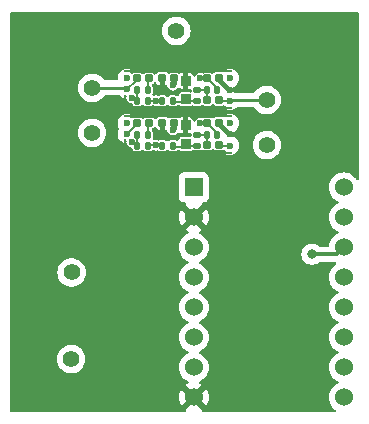
<source format=gbl>
G75*
G70*
%OFA0B0*%
%FSLAX25Y25*%
%IPPOS*%
%LPD*%
%AMOC8*
5,1,8,0,0,1.08239X$1,22.5*
%
%AMM3*
21,1,0.023620,0.018900,0.000000,0.000000,180.000000*
21,1,0.018900,0.023620,0.000000,0.000000,180.000000*
1,1,0.004720,-0.009450,0.009450*
1,1,0.004720,0.009450,0.009450*
1,1,0.004720,0.009450,-0.009450*
1,1,0.004720,-0.009450,-0.009450*
%
%AMM4*
21,1,0.019680,0.019680,0.000000,0.000000,270.000000*
21,1,0.015750,0.023620,0.000000,0.000000,270.000000*
1,1,0.003940,-0.009840,-0.007870*
1,1,0.003940,-0.009840,0.007870*
1,1,0.003940,0.009840,0.007870*
1,1,0.003940,0.009840,-0.007870*
%
%AMM5*
21,1,0.033470,0.026770,0.000000,0.000000,270.000000*
21,1,0.026770,0.033470,0.000000,0.000000,270.000000*
1,1,0.006690,-0.013390,-0.013390*
1,1,0.006690,-0.013390,0.013390*
1,1,0.006690,0.013390,0.013390*
1,1,0.006690,0.013390,-0.013390*
%
%AMM6*
21,1,0.019680,0.019680,0.000000,0.000000,0.000000*
21,1,0.015750,0.023620,0.000000,0.000000,0.000000*
1,1,0.003940,0.007870,-0.009840*
1,1,0.003940,-0.007870,-0.009840*
1,1,0.003940,-0.007870,0.009840*
1,1,0.003940,0.007870,0.009840*
%
%ADD10C,0.05512*%
%ADD11C,0.02362*%
%ADD12O,0.00787X0.04823*%
%ADD13O,0.36614X0.00787*%
%ADD16R,0.06024X0.06024*%
%ADD17C,0.06024*%
%ADD18C,0.03150*%
%ADD20C,0.01181*%
%ADD21C,0.00984*%
%ADD26C,0.00787*%
%ADD31C,0.01575*%
%ADD34M3*%
%ADD35M4*%
%ADD36M5*%
%ADD37M6*%
X0000000Y0000000D02*
%LPD*%
G01*
D10*
X0027283Y0108189D03*
D11*
X0073181Y0111354D03*
D12*
X0038142Y0103579D03*
D13*
X0056055Y0113717D03*
X0056055Y0101512D03*
D11*
X0073181Y0107614D03*
X0073181Y0103874D03*
X0038929Y0107811D03*
X0038929Y0111354D03*
D10*
X0027283Y0093189D03*
X0085512Y0089134D03*
D11*
X0073181Y0096441D03*
D12*
X0038142Y0088665D03*
D13*
X0056055Y0098803D03*
X0056055Y0086598D03*
D11*
X0073181Y0092701D03*
X0073181Y0088961D03*
X0038929Y0092898D03*
X0038929Y0096441D03*
D10*
X0085512Y0104173D03*
X0020295Y0017795D03*
X0055366Y0127209D03*
X0020413Y0046693D03*
D16*
X0061161Y0075039D03*
D17*
X0061161Y0065039D03*
X0061161Y0055039D03*
X0061161Y0045039D03*
X0061161Y0035039D03*
X0061161Y0025039D03*
X0061161Y0015039D03*
X0061161Y0005039D03*
X0111161Y0005039D03*
X0111161Y0015039D03*
X0111161Y0025039D03*
X0111161Y0035039D03*
X0111161Y0045039D03*
X0111161Y0055039D03*
X0111161Y0065039D03*
X0111161Y0075039D03*
D18*
X0082756Y0039724D03*
X0079252Y0032835D03*
X0072205Y0046890D03*
X0086299Y0036339D03*
X0072126Y0032598D03*
X0079252Y0039803D03*
X0096693Y0040039D03*
X0100276Y0043661D03*
X0088150Y0020945D03*
X0094331Y0068307D03*
X0093268Y0032992D03*
X0072165Y0036063D03*
X0075709Y0032717D03*
X0089724Y0036339D03*
X0101575Y0069016D03*
X0089724Y0032874D03*
X0079291Y0043307D03*
X0073031Y0067992D03*
X0093228Y0046890D03*
X0082717Y0046654D03*
X0084291Y0020866D03*
X0011055Y0059803D03*
X0100236Y0036654D03*
X0100236Y0040157D03*
X0100236Y0033189D03*
X0079213Y0046732D03*
X0082795Y0043228D03*
X0072205Y0039646D03*
X0075709Y0036181D03*
X0051055Y0067803D03*
X0093268Y0036457D03*
X0082756Y0036220D03*
X0079252Y0036299D03*
X0086260Y0046772D03*
X0026055Y0067803D03*
X0100197Y0047087D03*
X0089764Y0043346D03*
X0089685Y0046772D03*
X0096654Y0046969D03*
X0096693Y0036535D03*
X0089724Y0039843D03*
X0018055Y0067803D03*
X0072244Y0043228D03*
X0096732Y0043543D03*
X0082756Y0032756D03*
X0093268Y0039961D03*
X0010055Y0067803D03*
X0075709Y0039685D03*
X0093307Y0043465D03*
X0086299Y0039843D03*
X0082559Y0013071D03*
X0080354Y0020748D03*
X0075669Y0046614D03*
X0043055Y0067803D03*
X0075748Y0043189D03*
X0086339Y0043346D03*
X0086299Y0032874D03*
X0081339Y0067992D03*
X0035055Y0067803D03*
X0096693Y0033071D03*
X0100591Y0052717D03*
D20*
X0100591Y0052717D02*
X0108839Y0052717D01*
X0108839Y0052717D02*
X0111161Y0055039D01*
D21*
X0027283Y0108189D02*
X0038551Y0108189D01*
X0038551Y0108189D02*
X0038929Y0107811D01*
X0038532Y0108209D02*
X0038929Y0107811D01*
X0085512Y0104173D02*
X0073480Y0104173D01*
X0073480Y0104173D02*
X0073181Y0103874D01*
X0073516Y0104209D02*
X0073181Y0103874D01*
G36*
X0116073Y0133503D02*
G01*
X0116253Y0133295D01*
X0116297Y0133092D01*
X0116262Y0085936D01*
X0116258Y0080040D01*
X0116258Y0077996D01*
X0116180Y0077732D01*
X0115972Y0077551D01*
X0115700Y0077512D01*
X0115450Y0077627D01*
X0115370Y0077716D01*
X0115174Y0077996D01*
X0114993Y0078254D01*
X0114376Y0078871D01*
X0113662Y0079371D01*
X0113662Y0079371D01*
X0112872Y0079739D01*
X0112872Y0079739D01*
X0112030Y0079965D01*
X0112030Y0079965D01*
X0111161Y0080041D01*
X0111161Y0080041D01*
X0110293Y0079965D01*
X0110293Y0079965D01*
X0109451Y0079739D01*
X0109451Y0079739D01*
X0108661Y0079371D01*
X0108661Y0079371D01*
X0107947Y0078871D01*
X0107330Y0078254D01*
X0106830Y0077540D01*
X0106830Y0077540D01*
X0106462Y0076750D01*
X0106462Y0076750D01*
X0106236Y0075908D01*
X0106236Y0075908D01*
X0106160Y0075039D01*
X0106160Y0075039D01*
X0106236Y0074171D01*
X0106236Y0074171D01*
X0106462Y0073329D01*
X0106462Y0073329D01*
X0106819Y0072563D01*
X0106830Y0072539D01*
X0107330Y0071825D01*
X0107947Y0071208D01*
X0108661Y0070708D01*
X0108850Y0070620D01*
X0109146Y0070482D01*
X0109352Y0070300D01*
X0109428Y0070036D01*
X0109348Y0069772D01*
X0109146Y0069597D01*
X0108661Y0069371D01*
X0108661Y0069371D01*
X0107947Y0068871D01*
X0107330Y0068254D01*
X0106830Y0067540D01*
X0106830Y0067540D01*
X0106462Y0066750D01*
X0106462Y0066750D01*
X0106236Y0065908D01*
X0106236Y0065908D01*
X0106160Y0065039D01*
X0106160Y0065039D01*
X0106236Y0064171D01*
X0106236Y0064171D01*
X0106462Y0063329D01*
X0106462Y0063329D01*
X0106572Y0063093D01*
X0106830Y0062539D01*
X0107330Y0061825D01*
X0107947Y0061208D01*
X0108661Y0060708D01*
X0108905Y0060594D01*
X0109146Y0060482D01*
X0109352Y0060300D01*
X0109428Y0060036D01*
X0109348Y0059772D01*
X0109146Y0059597D01*
X0108661Y0059371D01*
X0108661Y0059371D01*
X0107947Y0058871D01*
X0107330Y0058254D01*
X0106830Y0057540D01*
X0106830Y0057540D01*
X0106462Y0056750D01*
X0106462Y0056750D01*
X0106236Y0055908D01*
X0106236Y0055908D01*
X0106220Y0055723D01*
X0106120Y0055467D01*
X0105897Y0055306D01*
X0105734Y0055278D01*
X0103256Y0055278D01*
X0102992Y0055355D01*
X0102969Y0055371D01*
X0102373Y0055804D01*
X0102373Y0055804D01*
X0101692Y0056107D01*
X0101692Y0056107D01*
X0101118Y0056229D01*
X0100963Y0056262D01*
X0100218Y0056262D01*
X0100090Y0056235D01*
X0099489Y0056107D01*
X0099489Y0056107D01*
X0098808Y0055804D01*
X0098808Y0055804D01*
X0098205Y0055366D01*
X0097707Y0054812D01*
X0097334Y0054166D01*
X0097334Y0054166D01*
X0097104Y0053458D01*
X0097104Y0053458D01*
X0097026Y0052717D01*
X0097104Y0051975D01*
X0097104Y0051975D01*
X0097334Y0051267D01*
X0097334Y0051267D01*
X0097707Y0050621D01*
X0098196Y0050078D01*
X0098205Y0050067D01*
X0098808Y0049629D01*
X0098808Y0049629D01*
X0099489Y0049326D01*
X0099489Y0049326D01*
X0100218Y0049171D01*
X0100218Y0049171D01*
X0100963Y0049171D01*
X0100963Y0049171D01*
X0101692Y0049326D01*
X0102373Y0049629D01*
X0102969Y0050062D01*
X0103228Y0050155D01*
X0103256Y0050156D01*
X0108233Y0050156D01*
X0108497Y0050078D01*
X0108677Y0049870D01*
X0108717Y0049598D01*
X0108602Y0049348D01*
X0108513Y0049267D01*
X0108405Y0049192D01*
X0107947Y0048871D01*
X0107330Y0048254D01*
X0106830Y0047540D01*
X0106830Y0047540D01*
X0106462Y0046750D01*
X0106462Y0046750D01*
X0106236Y0045908D01*
X0106236Y0045908D01*
X0106160Y0045039D01*
X0106160Y0045039D01*
X0106236Y0044171D01*
X0106236Y0044171D01*
X0106462Y0043329D01*
X0106462Y0043329D01*
X0106659Y0042905D01*
X0106830Y0042539D01*
X0107330Y0041825D01*
X0107947Y0041208D01*
X0108661Y0040708D01*
X0108905Y0040594D01*
X0109146Y0040482D01*
X0109352Y0040300D01*
X0109428Y0040036D01*
X0109348Y0039772D01*
X0109146Y0039597D01*
X0108661Y0039371D01*
X0108661Y0039371D01*
X0107947Y0038871D01*
X0107330Y0038254D01*
X0106830Y0037540D01*
X0106830Y0037540D01*
X0106462Y0036750D01*
X0106462Y0036750D01*
X0106236Y0035908D01*
X0106236Y0035908D01*
X0106160Y0035039D01*
X0106160Y0035039D01*
X0106236Y0034171D01*
X0106236Y0034171D01*
X0106462Y0033329D01*
X0106462Y0033329D01*
X0106819Y0032563D01*
X0106830Y0032539D01*
X0107330Y0031825D01*
X0107947Y0031208D01*
X0108661Y0030708D01*
X0108905Y0030594D01*
X0109146Y0030482D01*
X0109352Y0030300D01*
X0109428Y0030036D01*
X0109348Y0029772D01*
X0109146Y0029597D01*
X0108661Y0029371D01*
X0108661Y0029371D01*
X0107947Y0028871D01*
X0107330Y0028254D01*
X0106830Y0027540D01*
X0106830Y0027540D01*
X0106462Y0026750D01*
X0106462Y0026750D01*
X0106236Y0025908D01*
X0106236Y0025908D01*
X0106160Y0025039D01*
X0106160Y0025039D01*
X0106236Y0024171D01*
X0106236Y0024171D01*
X0106462Y0023329D01*
X0106462Y0023329D01*
X0106819Y0022563D01*
X0106830Y0022539D01*
X0107330Y0021825D01*
X0107947Y0021208D01*
X0108661Y0020708D01*
X0108905Y0020594D01*
X0109146Y0020482D01*
X0109352Y0020300D01*
X0109428Y0020036D01*
X0109348Y0019772D01*
X0109146Y0019597D01*
X0108661Y0019371D01*
X0108661Y0019371D01*
X0107947Y0018871D01*
X0107330Y0018254D01*
X0106830Y0017540D01*
X0106830Y0017540D01*
X0106462Y0016750D01*
X0106462Y0016750D01*
X0106236Y0015908D01*
X0106236Y0015908D01*
X0106160Y0015039D01*
X0106160Y0015039D01*
X0106236Y0014171D01*
X0106236Y0014171D01*
X0106462Y0013329D01*
X0106462Y0013329D01*
X0106583Y0013069D01*
X0106830Y0012539D01*
X0107330Y0011825D01*
X0107947Y0011208D01*
X0108661Y0010708D01*
X0108905Y0010594D01*
X0109146Y0010482D01*
X0109352Y0010300D01*
X0109428Y0010036D01*
X0109348Y0009772D01*
X0109146Y0009597D01*
X0108661Y0009371D01*
X0108661Y0009371D01*
X0107947Y0008871D01*
X0107330Y0008254D01*
X0106830Y0007540D01*
X0106830Y0007540D01*
X0106462Y0006750D01*
X0106462Y0006750D01*
X0106236Y0005908D01*
X0106236Y0005908D01*
X0106160Y0005039D01*
X0106160Y0005039D01*
X0106236Y0004171D01*
X0106236Y0004171D01*
X0106462Y0003329D01*
X0106462Y0003329D01*
X0106572Y0003093D01*
X0106830Y0002539D01*
X0107330Y0001825D01*
X0107947Y0001208D01*
X0108373Y0000910D01*
X0108545Y0000695D01*
X0108573Y0000421D01*
X0108449Y0000176D01*
X0108212Y0000036D01*
X0108093Y0000022D01*
X0064227Y0000022D01*
X0063963Y0000099D01*
X0063783Y0000307D01*
X0063743Y0000579D01*
X0063858Y0000830D01*
X0063918Y0000884D01*
X0063919Y0000890D01*
X0061718Y0003091D01*
X0061733Y0003093D01*
X0062258Y0003333D01*
X0062694Y0003711D01*
X0063007Y0004197D01*
X0063095Y0004498D01*
X0065311Y0002282D01*
X0065491Y0002540D01*
X0065859Y0003329D01*
X0065859Y0003330D01*
X0066085Y0004171D01*
X0066085Y0004171D01*
X0066161Y0005039D01*
X0066161Y0005039D01*
X0066085Y0005907D01*
X0066085Y0005908D01*
X0065859Y0006749D01*
X0065859Y0006749D01*
X0065491Y0007539D01*
X0065491Y0007539D01*
X0065311Y0007797D01*
X0065311Y0007797D01*
X0063095Y0005581D01*
X0063007Y0005882D01*
X0062694Y0006368D01*
X0062258Y0006746D01*
X0061733Y0006986D01*
X0061718Y0006988D01*
X0063919Y0009189D01*
X0063919Y0009189D01*
X0063661Y0009369D01*
X0063174Y0009596D01*
X0062968Y0009778D01*
X0062893Y0010042D01*
X0062972Y0010305D01*
X0063174Y0010481D01*
X0063662Y0010708D01*
X0064376Y0011208D01*
X0064993Y0011825D01*
X0065493Y0012539D01*
X0065861Y0013329D01*
X0066087Y0014171D01*
X0066163Y0015039D01*
X0066087Y0015908D01*
X0065861Y0016750D01*
X0065493Y0017540D01*
X0064993Y0018254D01*
X0064376Y0018871D01*
X0063662Y0019371D01*
X0063177Y0019597D01*
X0062970Y0019779D01*
X0062895Y0020043D01*
X0062975Y0020307D01*
X0063177Y0020482D01*
X0063662Y0020708D01*
X0064376Y0021208D01*
X0064993Y0021825D01*
X0065493Y0022539D01*
X0065861Y0023329D01*
X0066087Y0024171D01*
X0066163Y0025039D01*
X0066087Y0025908D01*
X0065861Y0026750D01*
X0065493Y0027540D01*
X0064993Y0028254D01*
X0064376Y0028871D01*
X0063662Y0029371D01*
X0063177Y0029597D01*
X0062970Y0029779D01*
X0062895Y0030043D01*
X0062975Y0030307D01*
X0063177Y0030482D01*
X0063662Y0030708D01*
X0064376Y0031208D01*
X0064993Y0031825D01*
X0065493Y0032539D01*
X0065861Y0033329D01*
X0066087Y0034171D01*
X0066163Y0035039D01*
X0066087Y0035908D01*
X0065861Y0036750D01*
X0065493Y0037540D01*
X0064993Y0038254D01*
X0064376Y0038871D01*
X0063662Y0039371D01*
X0063177Y0039597D01*
X0062970Y0039779D01*
X0062895Y0040043D01*
X0062975Y0040307D01*
X0063177Y0040482D01*
X0063662Y0040708D01*
X0064376Y0041208D01*
X0064993Y0041825D01*
X0065493Y0042539D01*
X0065861Y0043329D01*
X0066087Y0044171D01*
X0066157Y0044978D01*
X0066163Y0045039D01*
X0066163Y0045039D01*
X0066094Y0045821D01*
X0066087Y0045908D01*
X0065861Y0046750D01*
X0065493Y0047540D01*
X0064993Y0048254D01*
X0064376Y0048871D01*
X0063662Y0049371D01*
X0063177Y0049597D01*
X0062970Y0049779D01*
X0062895Y0050043D01*
X0062975Y0050307D01*
X0063177Y0050482D01*
X0063662Y0050708D01*
X0064376Y0051208D01*
X0064993Y0051825D01*
X0065493Y0052539D01*
X0065861Y0053329D01*
X0066087Y0054171D01*
X0066163Y0055039D01*
X0066087Y0055908D01*
X0065861Y0056750D01*
X0065493Y0057540D01*
X0064993Y0058254D01*
X0064376Y0058871D01*
X0063662Y0059371D01*
X0063662Y0059371D01*
X0063174Y0059598D01*
X0062968Y0059780D01*
X0062893Y0060044D01*
X0062972Y0060308D01*
X0063174Y0060483D01*
X0063661Y0060710D01*
X0063661Y0060710D01*
X0063919Y0060890D01*
X0061718Y0063091D01*
X0061733Y0063093D01*
X0062258Y0063333D01*
X0062694Y0063711D01*
X0063007Y0064197D01*
X0063095Y0064498D01*
X0065311Y0062282D01*
X0065491Y0062540D01*
X0065859Y0063329D01*
X0065859Y0063330D01*
X0066085Y0064171D01*
X0066085Y0064171D01*
X0066161Y0065039D01*
X0066161Y0065039D01*
X0066085Y0065907D01*
X0066085Y0065908D01*
X0065859Y0066749D01*
X0065859Y0066749D01*
X0065491Y0067539D01*
X0065491Y0067539D01*
X0065311Y0067797D01*
X0065311Y0067797D01*
X0063095Y0065581D01*
X0063007Y0065882D01*
X0062694Y0066368D01*
X0062258Y0066746D01*
X0061733Y0066986D01*
X0061718Y0066988D01*
X0063919Y0069189D01*
X0063917Y0069206D01*
X0063775Y0069384D01*
X0063747Y0069657D01*
X0063871Y0069903D01*
X0064108Y0070042D01*
X0064227Y0070057D01*
X0064362Y0070057D01*
X0064596Y0070082D01*
X0065127Y0070280D01*
X0065581Y0070620D01*
X0065920Y0071074D01*
X0066118Y0071604D01*
X0066144Y0071839D01*
X0066144Y0078240D01*
X0066118Y0078474D01*
X0065971Y0078871D01*
X0065920Y0079005D01*
X0065920Y0079005D01*
X0065581Y0079459D01*
X0065581Y0079459D01*
X0065127Y0079798D01*
X0065127Y0079798D01*
X0064596Y0079996D01*
X0064596Y0079996D01*
X0064362Y0080022D01*
X0064362Y0080022D01*
X0064362Y0080022D01*
X0064362Y0080022D01*
X0057961Y0080022D01*
X0057961Y0080022D01*
X0057726Y0079996D01*
X0057196Y0079798D01*
X0057196Y0079798D01*
X0056742Y0079459D01*
X0056742Y0079459D01*
X0056402Y0079005D01*
X0056402Y0079005D01*
X0056204Y0078474D01*
X0056181Y0078254D01*
X0056179Y0078240D01*
X0056179Y0078240D01*
X0056179Y0071839D01*
X0056179Y0071839D01*
X0056204Y0071604D01*
X0056402Y0071074D01*
X0056402Y0071073D01*
X0056742Y0070620D01*
X0056742Y0070620D01*
X0057196Y0070280D01*
X0057196Y0070280D01*
X0057726Y0070082D01*
X0057726Y0070082D01*
X0057754Y0070079D01*
X0057961Y0070057D01*
X0058096Y0070057D01*
X0058360Y0069980D01*
X0058540Y0069772D01*
X0058579Y0069499D01*
X0058465Y0069249D01*
X0058405Y0069195D01*
X0058404Y0069189D01*
X0060605Y0066988D01*
X0060590Y0066986D01*
X0060065Y0066746D01*
X0059628Y0066368D01*
X0059316Y0065882D01*
X0059228Y0065581D01*
X0057012Y0067797D01*
X0056832Y0067539D01*
X0056464Y0066749D01*
X0056464Y0066749D01*
X0056238Y0065908D01*
X0056238Y0065907D01*
X0056162Y0065039D01*
X0056162Y0065039D01*
X0056238Y0064171D01*
X0056238Y0064171D01*
X0056464Y0063330D01*
X0056464Y0063329D01*
X0056832Y0062540D01*
X0057012Y0062282D01*
X0057012Y0062282D01*
X0059228Y0064498D01*
X0059316Y0064197D01*
X0059628Y0063711D01*
X0060065Y0063333D01*
X0060590Y0063093D01*
X0060605Y0063091D01*
X0058404Y0060890D01*
X0058662Y0060710D01*
X0058662Y0060710D01*
X0059148Y0060483D01*
X0059355Y0060301D01*
X0059430Y0060037D01*
X0059351Y0059773D01*
X0059148Y0059598D01*
X0058661Y0059371D01*
X0057947Y0058871D01*
X0057330Y0058254D01*
X0056830Y0057540D01*
X0056830Y0057540D01*
X0056462Y0056750D01*
X0056462Y0056750D01*
X0056236Y0055908D01*
X0056236Y0055908D01*
X0056160Y0055039D01*
X0056160Y0055039D01*
X0056236Y0054171D01*
X0056236Y0054171D01*
X0056462Y0053329D01*
X0056462Y0053329D01*
X0056747Y0052717D01*
X0056830Y0052539D01*
X0057330Y0051825D01*
X0057947Y0051208D01*
X0058661Y0050708D01*
X0058847Y0050621D01*
X0059146Y0050482D01*
X0059352Y0050300D01*
X0059428Y0050036D01*
X0059348Y0049772D01*
X0059146Y0049597D01*
X0058661Y0049371D01*
X0058661Y0049371D01*
X0057947Y0048871D01*
X0057330Y0048254D01*
X0056830Y0047540D01*
X0056830Y0047540D01*
X0056462Y0046750D01*
X0056462Y0046750D01*
X0056236Y0045908D01*
X0056236Y0045908D01*
X0056160Y0045039D01*
X0056160Y0045039D01*
X0056236Y0044171D01*
X0056236Y0044171D01*
X0056462Y0043329D01*
X0056462Y0043329D01*
X0056659Y0042905D01*
X0056830Y0042539D01*
X0057330Y0041825D01*
X0057947Y0041208D01*
X0058661Y0040708D01*
X0058905Y0040594D01*
X0059146Y0040482D01*
X0059352Y0040300D01*
X0059428Y0040036D01*
X0059348Y0039772D01*
X0059146Y0039597D01*
X0058661Y0039371D01*
X0058661Y0039371D01*
X0057947Y0038871D01*
X0057330Y0038254D01*
X0056830Y0037540D01*
X0056830Y0037540D01*
X0056462Y0036750D01*
X0056462Y0036750D01*
X0056236Y0035908D01*
X0056236Y0035908D01*
X0056160Y0035039D01*
X0056160Y0035039D01*
X0056236Y0034171D01*
X0056236Y0034171D01*
X0056462Y0033329D01*
X0056462Y0033329D01*
X0056819Y0032563D01*
X0056830Y0032539D01*
X0057330Y0031825D01*
X0057947Y0031208D01*
X0058661Y0030708D01*
X0058905Y0030594D01*
X0059146Y0030482D01*
X0059352Y0030300D01*
X0059428Y0030036D01*
X0059348Y0029772D01*
X0059146Y0029597D01*
X0058661Y0029371D01*
X0058661Y0029371D01*
X0057947Y0028871D01*
X0057330Y0028254D01*
X0056830Y0027540D01*
X0056830Y0027540D01*
X0056462Y0026750D01*
X0056462Y0026750D01*
X0056236Y0025908D01*
X0056236Y0025908D01*
X0056160Y0025039D01*
X0056160Y0025039D01*
X0056236Y0024171D01*
X0056236Y0024171D01*
X0056462Y0023329D01*
X0056462Y0023329D01*
X0056819Y0022563D01*
X0056830Y0022539D01*
X0057330Y0021825D01*
X0057947Y0021208D01*
X0058661Y0020708D01*
X0058905Y0020594D01*
X0059146Y0020482D01*
X0059352Y0020300D01*
X0059428Y0020036D01*
X0059348Y0019772D01*
X0059146Y0019597D01*
X0058661Y0019371D01*
X0058661Y0019371D01*
X0057947Y0018871D01*
X0057330Y0018254D01*
X0056830Y0017540D01*
X0056830Y0017540D01*
X0056462Y0016750D01*
X0056462Y0016750D01*
X0056236Y0015908D01*
X0056236Y0015908D01*
X0056160Y0015039D01*
X0056160Y0015039D01*
X0056236Y0014171D01*
X0056236Y0014171D01*
X0056462Y0013329D01*
X0056462Y0013329D01*
X0056583Y0013069D01*
X0056830Y0012539D01*
X0057330Y0011825D01*
X0057947Y0011208D01*
X0058661Y0010708D01*
X0059148Y0010481D01*
X0059355Y0010299D01*
X0059430Y0010034D01*
X0059351Y0009771D01*
X0059148Y0009596D01*
X0058662Y0009369D01*
X0058404Y0009189D01*
X0060605Y0006988D01*
X0060590Y0006986D01*
X0060065Y0006746D01*
X0059628Y0006368D01*
X0059316Y0005882D01*
X0059228Y0005581D01*
X0057012Y0007797D01*
X0056832Y0007539D01*
X0056464Y0006749D01*
X0056464Y0006749D01*
X0056238Y0005908D01*
X0056238Y0005907D01*
X0056162Y0005039D01*
X0056162Y0005039D01*
X0056238Y0004171D01*
X0056238Y0004171D01*
X0056464Y0003330D01*
X0056464Y0003329D01*
X0056832Y0002540D01*
X0057012Y0002282D01*
X0057012Y0002282D01*
X0059228Y0004498D01*
X0059316Y0004197D01*
X0059628Y0003711D01*
X0060065Y0003333D01*
X0060590Y0003093D01*
X0060605Y0003091D01*
X0058404Y0000890D01*
X0058406Y0000873D01*
X0058548Y0000695D01*
X0058576Y0000421D01*
X0058452Y0000176D01*
X0058215Y0000036D01*
X0058096Y0000022D01*
X0056141Y0000022D01*
X0000490Y0000002D01*
X0000226Y0000080D01*
X0000046Y0000287D01*
X0000002Y0000490D01*
X0000002Y0017795D01*
X0015549Y0017795D01*
X0015629Y0016923D01*
X0015629Y0016923D01*
X0015869Y0016081D01*
X0015869Y0016081D01*
X0016260Y0015297D01*
X0016260Y0015296D01*
X0016787Y0014597D01*
X0017435Y0014007D01*
X0017435Y0014007D01*
X0018180Y0013546D01*
X0018180Y0013546D01*
X0018180Y0013546D01*
X0018996Y0013230D01*
X0019857Y0013069D01*
X0019857Y0013069D01*
X0020733Y0013069D01*
X0020733Y0013069D01*
X0021594Y0013230D01*
X0022411Y0013546D01*
X0023156Y0014007D01*
X0023803Y0014597D01*
X0024331Y0015297D01*
X0024721Y0016081D01*
X0024961Y0016923D01*
X0025042Y0017795D01*
X0024961Y0018667D01*
X0024721Y0019510D01*
X0024721Y0019510D01*
X0024331Y0020294D01*
X0024331Y0020294D01*
X0023803Y0020993D01*
X0023156Y0021583D01*
X0023156Y0021583D01*
X0022411Y0022044D01*
X0022411Y0022044D01*
X0022311Y0022083D01*
X0021594Y0022361D01*
X0020733Y0022522D01*
X0019857Y0022522D01*
X0018996Y0022361D01*
X0018480Y0022161D01*
X0018180Y0022044D01*
X0018180Y0022044D01*
X0017435Y0021583D01*
X0017435Y0021583D01*
X0016787Y0020993D01*
X0016260Y0020294D01*
X0016260Y0020294D01*
X0015869Y0019510D01*
X0015869Y0019510D01*
X0015629Y0018667D01*
X0015629Y0018667D01*
X0015549Y0017795D01*
X0015549Y0017795D01*
X0000002Y0017795D01*
X0000002Y0046693D01*
X0015667Y0046693D01*
X0015748Y0045821D01*
X0015748Y0045821D01*
X0015987Y0044978D01*
X0015987Y0044978D01*
X0016378Y0044194D01*
X0016378Y0044194D01*
X0016906Y0043495D01*
X0017553Y0042905D01*
X0017553Y0042905D01*
X0018298Y0042444D01*
X0018298Y0042444D01*
X0018298Y0042444D01*
X0019114Y0042127D01*
X0019975Y0041967D01*
X0019975Y0041967D01*
X0020851Y0041967D01*
X0020851Y0041967D01*
X0021712Y0042127D01*
X0022529Y0042444D01*
X0023274Y0042905D01*
X0023921Y0043495D01*
X0024449Y0044194D01*
X0024839Y0044978D01*
X0025079Y0045821D01*
X0025160Y0046693D01*
X0025079Y0047565D01*
X0024839Y0048408D01*
X0024459Y0049171D01*
X0024449Y0049192D01*
X0024449Y0049192D01*
X0023921Y0049891D01*
X0023274Y0050481D01*
X0023274Y0050481D01*
X0022529Y0050942D01*
X0022529Y0050942D01*
X0021712Y0051258D01*
X0020851Y0051419D01*
X0019975Y0051419D01*
X0019114Y0051258D01*
X0018985Y0051208D01*
X0018298Y0050942D01*
X0018298Y0050942D01*
X0017553Y0050481D01*
X0017553Y0050481D01*
X0016906Y0049891D01*
X0016378Y0049192D01*
X0016378Y0049192D01*
X0015987Y0048408D01*
X0015987Y0048408D01*
X0015748Y0047565D01*
X0015748Y0047565D01*
X0015667Y0046693D01*
X0015667Y0046693D01*
X0000002Y0046693D01*
X0000002Y0093189D01*
X0022537Y0093189D01*
X0022618Y0092317D01*
X0022618Y0092317D01*
X0022857Y0091474D01*
X0022857Y0091474D01*
X0023248Y0090690D01*
X0023248Y0090690D01*
X0023776Y0089991D01*
X0024423Y0089401D01*
X0024423Y0089401D01*
X0025168Y0088940D01*
X0025168Y0088940D01*
X0025168Y0088940D01*
X0025984Y0088624D01*
X0026846Y0088463D01*
X0026846Y0088463D01*
X0027721Y0088463D01*
X0027721Y0088463D01*
X0028582Y0088624D01*
X0029399Y0088940D01*
X0030144Y0089401D01*
X0030791Y0089991D01*
X0031319Y0090690D01*
X0031710Y0091474D01*
X0031949Y0092317D01*
X0032003Y0092898D01*
X0035758Y0092898D01*
X0035837Y0092192D01*
X0035837Y0092192D01*
X0036072Y0091522D01*
X0036438Y0090938D01*
X0036450Y0090920D01*
X0036952Y0090418D01*
X0037553Y0090040D01*
X0037815Y0089949D01*
X0038038Y0089788D01*
X0038140Y0089533D01*
X0038142Y0089488D01*
X0038142Y0086598D01*
X0070886Y0086598D01*
X0071150Y0086521D01*
X0071190Y0086492D01*
X0071204Y0086481D01*
X0071204Y0086481D01*
X0071805Y0086103D01*
X0072283Y0085936D01*
X0072475Y0085869D01*
X0072475Y0085869D01*
X0073181Y0085789D01*
X0073181Y0085789D01*
X0073181Y0085789D01*
X0073887Y0085869D01*
X0073887Y0085869D01*
X0073887Y0085869D01*
X0074557Y0086103D01*
X0075159Y0086481D01*
X0075661Y0086983D01*
X0076039Y0087585D01*
X0076273Y0088255D01*
X0076273Y0088255D01*
X0076353Y0088961D01*
X0076353Y0088961D01*
X0076333Y0089134D01*
X0080765Y0089134D01*
X0080846Y0088262D01*
X0080846Y0088262D01*
X0081086Y0087419D01*
X0081086Y0087419D01*
X0081476Y0086635D01*
X0081476Y0086635D01*
X0082004Y0085936D01*
X0082651Y0085346D01*
X0082651Y0085346D01*
X0083396Y0084885D01*
X0083396Y0084885D01*
X0083396Y0084885D01*
X0084213Y0084568D01*
X0085074Y0084407D01*
X0085074Y0084407D01*
X0085950Y0084407D01*
X0085950Y0084407D01*
X0086811Y0084568D01*
X0087628Y0084885D01*
X0088372Y0085346D01*
X0089020Y0085936D01*
X0089547Y0086635D01*
X0089938Y0087419D01*
X0090178Y0088262D01*
X0090258Y0089134D01*
X0090234Y0089401D01*
X0090178Y0090006D01*
X0090178Y0090006D01*
X0090168Y0090040D01*
X0089938Y0090849D01*
X0089938Y0090849D01*
X0089547Y0091633D01*
X0089547Y0091633D01*
X0089020Y0092332D01*
X0088372Y0092922D01*
X0088372Y0092922D01*
X0087628Y0093383D01*
X0087628Y0093383D01*
X0086811Y0093699D01*
X0085950Y0093860D01*
X0085074Y0093860D01*
X0084213Y0093699D01*
X0083914Y0093584D01*
X0083396Y0093383D01*
X0083396Y0093383D01*
X0082651Y0092922D01*
X0082651Y0092922D01*
X0082004Y0092332D01*
X0081476Y0091633D01*
X0081476Y0091633D01*
X0081086Y0090849D01*
X0081086Y0090849D01*
X0080846Y0090006D01*
X0080846Y0090006D01*
X0080765Y0089134D01*
X0080765Y0089134D01*
X0076333Y0089134D01*
X0076273Y0089666D01*
X0076273Y0089666D01*
X0076214Y0089834D01*
X0076039Y0090337D01*
X0075987Y0090418D01*
X0075816Y0090690D01*
X0075661Y0090938D01*
X0075159Y0091440D01*
X0075104Y0091474D01*
X0074557Y0091818D01*
X0074557Y0091818D01*
X0074295Y0091910D01*
X0074072Y0092070D01*
X0073971Y0092326D01*
X0073969Y0092370D01*
X0073969Y0093031D01*
X0074046Y0093295D01*
X0074254Y0093475D01*
X0074295Y0093492D01*
X0074326Y0093503D01*
X0074557Y0093584D01*
X0075159Y0093961D01*
X0075661Y0094464D01*
X0076039Y0095065D01*
X0076273Y0095735D01*
X0076273Y0095735D01*
X0076353Y0096441D01*
X0076353Y0096441D01*
X0076273Y0097147D01*
X0076273Y0097147D01*
X0076039Y0097817D01*
X0075661Y0098418D01*
X0075159Y0098921D01*
X0074557Y0099298D01*
X0073887Y0099533D01*
X0073887Y0099533D01*
X0073181Y0099612D01*
X0073181Y0099612D01*
X0072475Y0099533D01*
X0072475Y0099533D01*
X0071805Y0099298D01*
X0071204Y0098921D01*
X0071190Y0098910D01*
X0070935Y0098806D01*
X0070886Y0098803D01*
X0041225Y0098803D01*
X0040961Y0098881D01*
X0040920Y0098910D01*
X0040907Y0098921D01*
X0040907Y0098921D01*
X0040683Y0099061D01*
X0040305Y0099298D01*
X0039635Y0099533D01*
X0039635Y0099533D01*
X0038929Y0099612D01*
X0038929Y0099612D01*
X0038223Y0099533D01*
X0038223Y0099533D01*
X0037553Y0099298D01*
X0036952Y0098921D01*
X0036450Y0098418D01*
X0036072Y0097817D01*
X0035837Y0097147D01*
X0035837Y0097147D01*
X0035758Y0096441D01*
X0035758Y0096441D01*
X0035837Y0095735D01*
X0035837Y0095735D01*
X0036072Y0095065D01*
X0036157Y0094929D01*
X0036232Y0094664D01*
X0036157Y0094410D01*
X0036072Y0094274D01*
X0035837Y0093603D01*
X0035837Y0093603D01*
X0035758Y0092898D01*
X0035758Y0092898D01*
X0032003Y0092898D01*
X0032030Y0093189D01*
X0031949Y0094061D01*
X0031710Y0094904D01*
X0031710Y0094904D01*
X0031319Y0095688D01*
X0031319Y0095688D01*
X0030791Y0096387D01*
X0030144Y0096977D01*
X0030144Y0096977D01*
X0029399Y0097438D01*
X0029399Y0097438D01*
X0028582Y0097754D01*
X0027721Y0097915D01*
X0026846Y0097915D01*
X0025984Y0097754D01*
X0025468Y0097554D01*
X0025168Y0097438D01*
X0025168Y0097438D01*
X0024423Y0096977D01*
X0024423Y0096977D01*
X0023776Y0096387D01*
X0023248Y0095688D01*
X0023248Y0095688D01*
X0022857Y0094904D01*
X0022857Y0094904D01*
X0022618Y0094061D01*
X0022618Y0094061D01*
X0022537Y0093189D01*
X0022537Y0093189D01*
X0000002Y0093189D01*
X0000002Y0108189D01*
X0022537Y0108189D01*
X0022618Y0107317D01*
X0022618Y0107317D01*
X0022857Y0106474D01*
X0022857Y0106474D01*
X0023248Y0105690D01*
X0023248Y0105690D01*
X0023776Y0104991D01*
X0024423Y0104401D01*
X0024423Y0104401D01*
X0025168Y0103940D01*
X0025168Y0103940D01*
X0025168Y0103940D01*
X0025984Y0103624D01*
X0026846Y0103463D01*
X0026846Y0103463D01*
X0027721Y0103463D01*
X0027721Y0103463D01*
X0028582Y0103624D01*
X0029399Y0103940D01*
X0030144Y0104401D01*
X0030791Y0104991D01*
X0031200Y0105532D01*
X0031421Y0105696D01*
X0031590Y0105726D01*
X0036355Y0105726D01*
X0036619Y0105649D01*
X0036700Y0105583D01*
X0036952Y0105331D01*
X0037553Y0104954D01*
X0037815Y0104862D01*
X0038038Y0104702D01*
X0038140Y0104446D01*
X0038142Y0104401D01*
X0038142Y0101512D01*
X0070886Y0101512D01*
X0071150Y0101434D01*
X0071190Y0101405D01*
X0071204Y0101394D01*
X0071204Y0101394D01*
X0071805Y0101017D01*
X0072475Y0100782D01*
X0072475Y0100782D01*
X0073181Y0100703D01*
X0073181Y0100703D01*
X0073181Y0100703D01*
X0073887Y0100782D01*
X0073887Y0100782D01*
X0073887Y0100782D01*
X0074557Y0101017D01*
X0075159Y0101394D01*
X0075332Y0101568D01*
X0075573Y0101699D01*
X0075677Y0101711D01*
X0081206Y0101711D01*
X0081470Y0101633D01*
X0081595Y0101517D01*
X0082004Y0100975D01*
X0082651Y0100385D01*
X0082651Y0100385D01*
X0083396Y0099924D01*
X0083396Y0099924D01*
X0083396Y0099924D01*
X0084213Y0099608D01*
X0085074Y0099447D01*
X0085074Y0099447D01*
X0085950Y0099447D01*
X0085950Y0099447D01*
X0086811Y0099608D01*
X0087628Y0099924D01*
X0088372Y0100385D01*
X0089020Y0100975D01*
X0089547Y0101674D01*
X0089938Y0102459D01*
X0090178Y0103301D01*
X0090258Y0104173D01*
X0090233Y0104446D01*
X0090178Y0105045D01*
X0090178Y0105045D01*
X0090096Y0105331D01*
X0089938Y0105888D01*
X0089938Y0105888D01*
X0089547Y0106672D01*
X0089547Y0106672D01*
X0089020Y0107371D01*
X0088372Y0107961D01*
X0088372Y0107961D01*
X0087628Y0108422D01*
X0087628Y0108422D01*
X0086811Y0108739D01*
X0085950Y0108900D01*
X0085074Y0108900D01*
X0084213Y0108739D01*
X0083696Y0108539D01*
X0083396Y0108422D01*
X0083396Y0108422D01*
X0082651Y0107961D01*
X0082651Y0107961D01*
X0082004Y0107371D01*
X0081595Y0106830D01*
X0081374Y0106666D01*
X0081206Y0106636D01*
X0074850Y0106636D01*
X0074590Y0106711D01*
X0074557Y0106731D01*
X0074295Y0106823D01*
X0074072Y0106983D01*
X0073971Y0107239D01*
X0073969Y0107284D01*
X0073969Y0107945D01*
X0074046Y0108208D01*
X0074254Y0108389D01*
X0074295Y0108405D01*
X0074326Y0108416D01*
X0074557Y0108497D01*
X0075159Y0108875D01*
X0075661Y0109377D01*
X0076039Y0109978D01*
X0076273Y0110649D01*
X0076278Y0110688D01*
X0076353Y0111354D01*
X0076353Y0111354D01*
X0076273Y0112060D01*
X0076273Y0112060D01*
X0076141Y0112438D01*
X0076039Y0112730D01*
X0075661Y0113332D01*
X0075159Y0113834D01*
X0074557Y0114212D01*
X0073887Y0114446D01*
X0073887Y0114446D01*
X0073181Y0114526D01*
X0073181Y0114526D01*
X0072475Y0114446D01*
X0072475Y0114446D01*
X0071805Y0114212D01*
X0071204Y0113834D01*
X0071190Y0113823D01*
X0070935Y0113719D01*
X0070886Y0113717D01*
X0041225Y0113717D01*
X0040961Y0113794D01*
X0040920Y0113823D01*
X0040907Y0113834D01*
X0040907Y0113834D01*
X0040683Y0113974D01*
X0040305Y0114212D01*
X0039635Y0114446D01*
X0039635Y0114446D01*
X0038929Y0114526D01*
X0038929Y0114526D01*
X0038223Y0114446D01*
X0038223Y0114446D01*
X0037553Y0114212D01*
X0036952Y0113834D01*
X0036450Y0113332D01*
X0036072Y0112730D01*
X0035837Y0112060D01*
X0035837Y0112060D01*
X0035758Y0111354D01*
X0035758Y0111354D01*
X0035776Y0111194D01*
X0035728Y0110923D01*
X0035542Y0110721D01*
X0035291Y0110652D01*
X0031590Y0110652D01*
X0031326Y0110729D01*
X0031200Y0110846D01*
X0030791Y0111387D01*
X0030144Y0111977D01*
X0030144Y0111977D01*
X0029399Y0112438D01*
X0029399Y0112438D01*
X0028582Y0112754D01*
X0027721Y0112915D01*
X0026846Y0112915D01*
X0025984Y0112754D01*
X0025468Y0112554D01*
X0025168Y0112438D01*
X0025168Y0112438D01*
X0024423Y0111977D01*
X0024423Y0111977D01*
X0023776Y0111387D01*
X0023248Y0110688D01*
X0023248Y0110688D01*
X0022857Y0109904D01*
X0022857Y0109904D01*
X0022618Y0109061D01*
X0022618Y0109061D01*
X0022537Y0108189D01*
X0022537Y0108189D01*
X0000002Y0108189D01*
X0000002Y0127209D01*
X0050620Y0127209D01*
X0050700Y0126336D01*
X0050700Y0126336D01*
X0050940Y0125494D01*
X0050940Y0125494D01*
X0051330Y0124710D01*
X0051330Y0124710D01*
X0051858Y0124011D01*
X0052506Y0123421D01*
X0052506Y0123421D01*
X0053250Y0122960D01*
X0053250Y0122960D01*
X0053250Y0122960D01*
X0054067Y0122643D01*
X0054928Y0122482D01*
X0054928Y0122482D01*
X0055804Y0122482D01*
X0055804Y0122482D01*
X0056665Y0122643D01*
X0057482Y0122960D01*
X0058227Y0123421D01*
X0058874Y0124011D01*
X0059402Y0124710D01*
X0059792Y0125494D01*
X0060032Y0126336D01*
X0060113Y0127209D01*
X0060032Y0128081D01*
X0059792Y0128923D01*
X0059792Y0128923D01*
X0059402Y0129707D01*
X0059402Y0129707D01*
X0058874Y0130406D01*
X0058227Y0130997D01*
X0058227Y0130997D01*
X0057482Y0131458D01*
X0057482Y0131458D01*
X0056665Y0131774D01*
X0055804Y0131935D01*
X0054928Y0131935D01*
X0054067Y0131774D01*
X0053551Y0131574D01*
X0053250Y0131458D01*
X0053250Y0131458D01*
X0052506Y0130997D01*
X0052506Y0130997D01*
X0051858Y0130406D01*
X0051330Y0129707D01*
X0051330Y0129707D01*
X0050940Y0128923D01*
X0050940Y0128923D01*
X0050700Y0128081D01*
X0050700Y0128081D01*
X0050620Y0127209D01*
X0050620Y0127209D01*
X0000002Y0127209D01*
X0000002Y0133093D01*
X0000079Y0133356D01*
X0000287Y0133537D01*
X0000490Y0133581D01*
X0115809Y0133581D01*
X0116073Y0133503D01*
G37*
X0037748Y0101118D02*
G01*
G75*
G36*
X0068573Y0113520D02*
X0068216Y0113449D01*
X0067813Y0113179D01*
X0067787Y0113141D01*
X0067275Y0112910D01*
X0067052Y0113022D01*
X0066968Y0113078D01*
X0066645Y0113142D01*
X0064756Y0113142D01*
X0064433Y0113078D01*
X0064232Y0112944D01*
X0064099Y0113032D01*
X0063408Y0113170D01*
X0062717Y0113032D01*
X0062131Y0112641D01*
X0061739Y0112055D01*
X0061705Y0111885D01*
X0061115Y0111925D01*
X0061012Y0112440D01*
X0060721Y0112876D01*
X0060285Y0113167D01*
X0059770Y0113270D01*
X0059219Y0113270D01*
X0059219Y0110587D01*
X0059219Y0107903D01*
X0059770Y0107903D01*
X0059939Y0107937D01*
X0060435Y0107580D01*
X0060479Y0106964D01*
X0060423Y0106902D01*
X0059946Y0106613D01*
X0059770Y0106648D01*
X0057093Y0106648D01*
X0056732Y0106576D01*
X0056426Y0106372D01*
X0056221Y0106066D01*
X0056150Y0105705D01*
X0056150Y0105577D01*
X0055559Y0105398D01*
X0055540Y0105426D01*
X0055280Y0105600D01*
X0054972Y0105661D01*
X0053398Y0105661D01*
X0053090Y0105600D01*
X0052830Y0105426D01*
X0052741Y0105293D01*
X0052537Y0105247D01*
X0052290Y0105247D01*
X0052085Y0105293D01*
X0051997Y0105426D01*
X0051736Y0105600D01*
X0051429Y0105661D01*
X0049854Y0105661D01*
X0049547Y0105600D01*
X0049457Y0105540D01*
X0049305Y0105641D01*
X0048614Y0105779D01*
X0047923Y0105641D01*
X0047387Y0105925D01*
X0047302Y0106056D01*
X0047348Y0106126D01*
X0047409Y0106433D01*
X0047409Y0108401D01*
X0047348Y0108709D01*
X0047174Y0108969D01*
X0047161Y0108977D01*
X0047160Y0109205D01*
X0047300Y0109595D01*
X0047480Y0109630D01*
X0047753Y0109813D01*
X0047919Y0110062D01*
X0048031Y0110078D01*
X0048527Y0110032D01*
X0048547Y0109933D01*
X0048817Y0109529D01*
X0049220Y0109260D01*
X0049697Y0109165D01*
X0049854Y0109165D01*
X0049854Y0111354D01*
X0051429Y0111354D01*
X0051429Y0109165D01*
X0051586Y0109165D01*
X0051739Y0109195D01*
X0052150Y0109124D01*
X0052380Y0108767D01*
X0052452Y0108405D01*
X0052844Y0107819D01*
X0053430Y0107427D01*
X0054121Y0107290D01*
X0054812Y0107427D01*
X0055398Y0107819D01*
X0055575Y0108083D01*
X0055709Y0108133D01*
X0056303Y0108189D01*
X0056578Y0108006D01*
X0057093Y0107903D01*
X0057644Y0107903D01*
X0057644Y0110587D01*
X0057644Y0113270D01*
X0057093Y0113270D01*
X0056578Y0113167D01*
X0056119Y0112895D01*
X0055846Y0113078D01*
X0055523Y0113142D01*
X0053634Y0113142D01*
X0053311Y0113078D01*
X0053227Y0113022D01*
X0053005Y0112910D01*
X0052492Y0113141D01*
X0052466Y0113179D01*
X0052063Y0113449D01*
X0051707Y0113520D01*
X0051765Y0114110D01*
X0068514Y0114110D01*
X0068573Y0113520D01*
D02*
G37*
G36*
X0049576Y0113520D02*
X0049220Y0113449D01*
X0048817Y0113179D01*
X0048547Y0112775D01*
X0048527Y0112676D01*
X0048031Y0112631D01*
X0047919Y0112647D01*
X0047753Y0112895D01*
X0047480Y0113078D01*
X0047157Y0113142D01*
X0045267Y0113142D01*
X0044945Y0113078D01*
X0044671Y0112895D01*
X0044572Y0112746D01*
X0044352Y0112699D01*
X0044135Y0112699D01*
X0043916Y0112746D01*
X0043816Y0112895D01*
X0043543Y0113078D01*
X0043220Y0113142D01*
X0041330Y0113142D01*
X0041008Y0113078D01*
X0040734Y0112895D01*
X0040177Y0113124D01*
X0039774Y0113394D01*
X0039142Y0113520D01*
X0039201Y0114110D01*
X0049518Y0114110D01*
X0049576Y0113520D01*
D02*
G37*
G36*
X0038796Y0105423D02*
X0038699Y0104936D01*
X0038837Y0104245D01*
X0039228Y0103659D01*
X0039814Y0103267D01*
X0040505Y0103130D01*
X0040746Y0102582D01*
X0040921Y0102322D01*
X0041181Y0102148D01*
X0041488Y0102087D01*
X0043063Y0102087D01*
X0043370Y0102148D01*
X0043631Y0102322D01*
X0043719Y0102454D01*
X0043924Y0102500D01*
X0044171Y0102500D01*
X0044375Y0102454D01*
X0044464Y0102322D01*
X0044724Y0102148D01*
X0045031Y0102087D01*
X0046606Y0102087D01*
X0046914Y0102148D01*
X0047174Y0102322D01*
X0047857Y0102347D01*
X0047923Y0102303D01*
X0048614Y0102166D01*
X0049305Y0102303D01*
X0049310Y0102306D01*
X0049547Y0102148D01*
X0049854Y0102087D01*
X0051429Y0102087D01*
X0051736Y0102148D01*
X0051997Y0102322D01*
X0052085Y0102454D01*
X0052290Y0102500D01*
X0052537Y0102500D01*
X0052741Y0102454D01*
X0052830Y0102322D01*
X0053090Y0102148D01*
X0053398Y0102087D01*
X0054972Y0102087D01*
X0055280Y0102148D01*
X0055540Y0102322D01*
X0055643Y0102477D01*
X0056348Y0102477D01*
X0056426Y0102360D01*
X0056732Y0102156D01*
X0057093Y0102084D01*
X0059770Y0102084D01*
X0060131Y0102156D01*
X0060437Y0102360D01*
X0061025Y0102345D01*
X0061332Y0102284D01*
X0063301Y0102284D01*
X0063608Y0102345D01*
X0063868Y0102519D01*
X0064433Y0102347D01*
X0064756Y0102283D01*
X0066646Y0102283D01*
X0066968Y0102347D01*
X0067242Y0102530D01*
X0067341Y0102679D01*
X0067561Y0102726D01*
X0067778Y0102726D01*
X0067997Y0102679D01*
X0068097Y0102530D01*
X0068370Y0102347D01*
X0068693Y0102283D01*
X0070583Y0102283D01*
X0070905Y0102347D01*
X0071179Y0102530D01*
X0071706Y0102255D01*
X0072336Y0101834D01*
X0072968Y0101709D01*
X0072910Y0101118D01*
X0037748Y0101118D01*
X0037748Y0105340D01*
X0038241Y0105657D01*
X0038796Y0105423D01*
D02*
G37*
D26*
X0048565Y0103923D02*
X0048614Y0103972D01*
X0048329Y0103923D02*
X0050494Y0103923D01*
X0045757Y0103615D02*
X0046065Y0103923D01*
X0050494Y0103923D02*
X0050802Y0103615D01*
X0046065Y0103923D02*
X0048565Y0103923D01*
X0048279Y0103972D02*
X0048329Y0103923D01*
X0066488Y0110435D02*
X0066488Y0110567D01*
X0068457Y0108262D02*
X0068457Y0108466D01*
X0065701Y0111354D02*
X0066488Y0110567D01*
X0069244Y0107475D02*
X0069448Y0107475D01*
X0066488Y0110435D02*
X0068457Y0108466D01*
X0068457Y0108262D02*
X0069244Y0107475D01*
X0065504Y0107475D02*
X0065701Y0107278D01*
X0065701Y0104071D02*
X0065701Y0107278D01*
X0063408Y0111354D02*
X0065701Y0111354D01*
X0062443Y0107446D02*
X0065876Y0107446D01*
X0062415Y0107417D02*
X0062443Y0107446D01*
X0054480Y0103480D02*
X0057827Y0103480D01*
X0059022Y0103874D02*
X0062415Y0103874D01*
X0058530Y0104366D02*
X0059022Y0103874D01*
X0069518Y0103866D02*
X0073181Y0103866D01*
X0063403Y0111359D02*
X0063408Y0111364D01*
X0040505Y0104936D02*
X0040807Y0104635D01*
X0041685Y0104635D01*
X0041685Y0104600D02*
X0041685Y0104635D01*
X0041685Y0104600D02*
X0042079Y0104206D01*
X0042276Y0103874D02*
X0042276Y0107417D01*
X0039230Y0108003D02*
X0041488Y0110260D01*
X0041488Y0110567D01*
X0038929Y0107417D02*
X0039093Y0107417D01*
X0039230Y0107554D02*
X0039230Y0108003D01*
X0039093Y0107417D02*
X0039230Y0107554D01*
X0041488Y0110567D02*
X0042276Y0111354D01*
X0045917Y0107712D02*
X0045917Y0111059D01*
X0045622Y0107417D02*
X0045917Y0107712D01*
X0045917Y0111059D02*
X0046213Y0111354D01*
D13*
X0056055Y0113716D02*
D03*
X0056055Y0101512D02*
D03*
D12*
X0038142Y0103579D02*
D03*
D31*
X0070031Y0110614D02*
X0073031Y0107614D01*
X0070031Y0110614D02*
X0070031Y0110961D01*
X0073031Y0107614D02*
X0073181Y0107614D01*
X0069638Y0111354D02*
X0070031Y0110961D01*
X0054480Y0111123D02*
X0054694Y0111337D01*
X0054121Y0109309D02*
X0054480Y0109668D01*
X0054480Y0111123D01*
X0054121Y0109096D02*
X0054121Y0109309D01*
D11*
X0073181Y0111354D02*
D03*
X0073181Y0107614D02*
D03*
X0073181Y0103874D02*
D03*
X0038929Y0107811D02*
D03*
X0038929Y0111354D02*
D03*
X0048614Y0103972D02*
D03*
X0063408Y0111364D02*
D03*
X0054121Y0109096D02*
D03*
X0040505Y0104936D02*
D03*
X0038988Y0102403D02*
D03*
X0051690Y0106965D02*
D03*
X0048951Y0108021D02*
D03*
D34*
X0065701Y0111354D02*
D03*
X0069638Y0111354D02*
D03*
X0054578Y0111354D02*
D03*
X0050641Y0111354D02*
D03*
X0046212Y0111354D02*
D03*
X0042275Y0111354D02*
D03*
X0065701Y0104071D02*
D03*
X0069638Y0104071D02*
D03*
D35*
X0062316Y0103874D02*
D03*
X0062316Y0107417D02*
D03*
D36*
X0058431Y0110587D02*
D03*
X0058431Y0104366D02*
D03*
D37*
X0045819Y0107417D02*
D03*
X0042276Y0107417D02*
D03*
X0054185Y0103874D02*
D03*
X0050642Y0103874D02*
D03*
X0069047Y0107475D02*
D03*
X0065504Y0107475D02*
D03*
X0042276Y0103874D02*
D03*
X0045819Y0103874D02*
D03*
X0037748Y0086205D02*
G01*
G75*
G36*
X0068573Y0098607D02*
X0068216Y0098536D01*
X0067813Y0098266D01*
X0067787Y0098228D01*
X0067275Y0097997D01*
X0067052Y0098109D01*
X0066968Y0098165D01*
X0066645Y0098229D01*
X0064756Y0098229D01*
X0064433Y0098165D01*
X0064232Y0098031D01*
X0064099Y0098119D01*
X0063408Y0098257D01*
X0062717Y0098119D01*
X0062131Y0097728D01*
X0061739Y0097142D01*
X0061705Y0096972D01*
X0061115Y0097012D01*
X0061012Y0097527D01*
X0060721Y0097963D01*
X0060285Y0098254D01*
X0059770Y0098357D01*
X0059219Y0098357D01*
X0059219Y0095674D01*
X0059219Y0092990D01*
X0059770Y0092990D01*
X0059939Y0093024D01*
X0060435Y0092667D01*
X0060479Y0092051D01*
X0060423Y0091989D01*
X0059946Y0091700D01*
X0059770Y0091735D01*
X0057093Y0091735D01*
X0056732Y0091663D01*
X0056426Y0091459D01*
X0056221Y0091153D01*
X0056150Y0090792D01*
X0056150Y0090664D01*
X0055559Y0090485D01*
X0055540Y0090513D01*
X0055280Y0090687D01*
X0054972Y0090748D01*
X0053398Y0090748D01*
X0053090Y0090687D01*
X0052830Y0090513D01*
X0052741Y0090380D01*
X0052537Y0090334D01*
X0052290Y0090334D01*
X0052085Y0090380D01*
X0051997Y0090513D01*
X0051736Y0090687D01*
X0051429Y0090748D01*
X0049854Y0090748D01*
X0049547Y0090687D01*
X0049457Y0090627D01*
X0049305Y0090728D01*
X0048614Y0090866D01*
X0047923Y0090728D01*
X0047387Y0091012D01*
X0047302Y0091143D01*
X0047348Y0091213D01*
X0047409Y0091520D01*
X0047409Y0093488D01*
X0047348Y0093796D01*
X0047174Y0094056D01*
X0047161Y0094064D01*
X0047160Y0094292D01*
X0047300Y0094682D01*
X0047480Y0094717D01*
X0047753Y0094900D01*
X0047919Y0095149D01*
X0048031Y0095165D01*
X0048527Y0095119D01*
X0048547Y0095020D01*
X0048817Y0094616D01*
X0049220Y0094347D01*
X0049697Y0094252D01*
X0049854Y0094252D01*
X0049854Y0096441D01*
X0051429Y0096441D01*
X0051429Y0094252D01*
X0051586Y0094252D01*
X0051739Y0094282D01*
X0052150Y0094211D01*
X0052380Y0093854D01*
X0052452Y0093492D01*
X0052844Y0092906D01*
X0053430Y0092514D01*
X0054121Y0092377D01*
X0054812Y0092514D01*
X0055398Y0092906D01*
X0055575Y0093170D01*
X0055709Y0093220D01*
X0056303Y0093276D01*
X0056578Y0093093D01*
X0057093Y0092990D01*
X0057644Y0092990D01*
X0057644Y0095674D01*
X0057644Y0098357D01*
X0057093Y0098357D01*
X0056578Y0098254D01*
X0056119Y0097982D01*
X0055846Y0098165D01*
X0055523Y0098229D01*
X0053634Y0098229D01*
X0053311Y0098165D01*
X0053227Y0098109D01*
X0053005Y0097997D01*
X0052492Y0098228D01*
X0052466Y0098266D01*
X0052063Y0098536D01*
X0051707Y0098607D01*
X0051765Y0099197D01*
X0068514Y0099197D01*
X0068573Y0098607D01*
D02*
G37*
G36*
X0049576Y0098607D02*
X0049220Y0098536D01*
X0048817Y0098266D01*
X0048547Y0097862D01*
X0048527Y0097763D01*
X0048031Y0097718D01*
X0047919Y0097734D01*
X0047753Y0097982D01*
X0047480Y0098165D01*
X0047157Y0098229D01*
X0045267Y0098229D01*
X0044945Y0098165D01*
X0044671Y0097982D01*
X0044572Y0097833D01*
X0044352Y0097786D01*
X0044135Y0097786D01*
X0043916Y0097833D01*
X0043816Y0097982D01*
X0043543Y0098165D01*
X0043220Y0098229D01*
X0041330Y0098229D01*
X0041008Y0098165D01*
X0040734Y0097982D01*
X0040177Y0098211D01*
X0039774Y0098481D01*
X0039142Y0098607D01*
X0039201Y0099197D01*
X0049518Y0099197D01*
X0049576Y0098607D01*
D02*
G37*
G36*
X0038796Y0090510D02*
X0038699Y0090023D01*
X0038837Y0089332D01*
X0039228Y0088746D01*
X0039814Y0088354D01*
X0040505Y0088217D01*
X0040746Y0087669D01*
X0040921Y0087409D01*
X0041181Y0087235D01*
X0041488Y0087174D01*
X0043063Y0087174D01*
X0043370Y0087235D01*
X0043631Y0087409D01*
X0043719Y0087541D01*
X0043924Y0087587D01*
X0044171Y0087587D01*
X0044375Y0087541D01*
X0044464Y0087409D01*
X0044724Y0087235D01*
X0045031Y0087174D01*
X0046606Y0087174D01*
X0046914Y0087235D01*
X0047174Y0087409D01*
X0047857Y0087434D01*
X0047923Y0087390D01*
X0048614Y0087253D01*
X0049305Y0087390D01*
X0049310Y0087393D01*
X0049547Y0087235D01*
X0049854Y0087174D01*
X0051429Y0087174D01*
X0051736Y0087235D01*
X0051997Y0087409D01*
X0052085Y0087541D01*
X0052290Y0087587D01*
X0052537Y0087587D01*
X0052741Y0087541D01*
X0052830Y0087409D01*
X0053090Y0087235D01*
X0053398Y0087174D01*
X0054972Y0087174D01*
X0055280Y0087235D01*
X0055540Y0087409D01*
X0055643Y0087564D01*
X0056348Y0087564D01*
X0056426Y0087447D01*
X0056732Y0087243D01*
X0057093Y0087171D01*
X0059770Y0087171D01*
X0060131Y0087243D01*
X0060437Y0087447D01*
X0061025Y0087432D01*
X0061332Y0087371D01*
X0063301Y0087371D01*
X0063608Y0087432D01*
X0063868Y0087606D01*
X0064433Y0087434D01*
X0064756Y0087370D01*
X0066646Y0087370D01*
X0066968Y0087434D01*
X0067242Y0087617D01*
X0067341Y0087766D01*
X0067561Y0087813D01*
X0067778Y0087813D01*
X0067997Y0087766D01*
X0068097Y0087617D01*
X0068370Y0087434D01*
X0068693Y0087370D01*
X0070583Y0087370D01*
X0070905Y0087434D01*
X0071179Y0087617D01*
X0071706Y0087342D01*
X0072336Y0086921D01*
X0072968Y0086796D01*
X0072910Y0086205D01*
X0037748Y0086205D01*
X0037748Y0090427D01*
X0038241Y0090744D01*
X0038796Y0090510D01*
D02*
G37*
D26*
X0048565Y0089010D02*
X0048614Y0089059D01*
X0048329Y0089010D02*
X0050494Y0089010D01*
X0045757Y0088702D02*
X0046065Y0089010D01*
X0050494Y0089010D02*
X0050802Y0088702D01*
X0046065Y0089010D02*
X0048565Y0089010D01*
X0048279Y0089059D02*
X0048329Y0089010D01*
X0066488Y0095522D02*
X0066488Y0095654D01*
X0068457Y0093349D02*
X0068457Y0093553D01*
X0065701Y0096441D02*
X0066488Y0095654D01*
X0069244Y0092562D02*
X0069448Y0092562D01*
X0066488Y0095522D02*
X0068457Y0093553D01*
X0068457Y0093349D02*
X0069244Y0092562D01*
X0065504Y0092562D02*
X0065701Y0092365D01*
X0065701Y0089158D02*
X0065701Y0092365D01*
X0063408Y0096441D02*
X0065701Y0096441D01*
X0062443Y0092533D02*
X0065876Y0092533D01*
X0062415Y0092504D02*
X0062443Y0092533D01*
X0054480Y0088567D02*
X0057827Y0088567D01*
X0059022Y0088961D02*
X0062415Y0088961D01*
X0058530Y0089453D02*
X0059022Y0088961D01*
X0069518Y0088953D02*
X0073181Y0088953D01*
X0063403Y0096446D02*
X0063408Y0096451D01*
X0040505Y0090023D02*
X0040807Y0089722D01*
X0041685Y0089722D01*
X0041685Y0089687D02*
X0041685Y0089722D01*
X0041685Y0089687D02*
X0042079Y0089293D01*
X0042276Y0088961D02*
X0042276Y0092504D01*
X0039230Y0093090D02*
X0041488Y0095347D01*
X0041488Y0095654D01*
X0038929Y0092504D02*
X0039093Y0092504D01*
X0039230Y0092641D02*
X0039230Y0093090D01*
X0039093Y0092504D02*
X0039230Y0092641D01*
X0041488Y0095654D02*
X0042276Y0096441D01*
X0045917Y0092799D02*
X0045917Y0096146D01*
X0045622Y0092504D02*
X0045917Y0092799D01*
X0045917Y0096146D02*
X0046213Y0096441D01*
D13*
X0056055Y0098803D02*
D03*
X0056055Y0086599D02*
D03*
D12*
X0038142Y0088666D02*
D03*
D31*
X0070031Y0095701D02*
X0073031Y0092701D01*
X0070031Y0095701D02*
X0070031Y0096048D01*
X0073031Y0092701D02*
X0073181Y0092701D01*
X0069638Y0096441D02*
X0070031Y0096048D01*
X0054480Y0096210D02*
X0054694Y0096424D01*
X0054121Y0094396D02*
X0054480Y0094755D01*
X0054480Y0096210D01*
X0054121Y0094183D02*
X0054121Y0094396D01*
D11*
X0073181Y0096441D02*
D03*
X0073181Y0092701D02*
D03*
X0073181Y0088961D02*
D03*
X0038929Y0092898D02*
D03*
X0038929Y0096441D02*
D03*
X0048614Y0089059D02*
D03*
X0063408Y0096451D02*
D03*
X0054121Y0094183D02*
D03*
X0040505Y0090023D02*
D03*
X0038988Y0087490D02*
D03*
X0051690Y0092052D02*
D03*
X0048951Y0093108D02*
D03*
D34*
X0065701Y0096441D02*
D03*
X0069638Y0096441D02*
D03*
X0054578Y0096441D02*
D03*
X0050641Y0096441D02*
D03*
X0046212Y0096441D02*
D03*
X0042275Y0096441D02*
D03*
X0065701Y0089158D02*
D03*
X0069638Y0089158D02*
D03*
D35*
X0062316Y0088961D02*
D03*
X0062316Y0092504D02*
D03*
D36*
X0058431Y0095674D02*
D03*
X0058431Y0089453D02*
D03*
D37*
X0045819Y0092504D02*
D03*
X0042276Y0092504D02*
D03*
X0054185Y0088961D02*
D03*
X0050642Y0088961D02*
D03*
X0069047Y0092562D02*
D03*
X0065504Y0092562D02*
D03*
X0042276Y0088961D02*
D03*
X0045819Y0088961D02*
D03*
M02*

</source>
